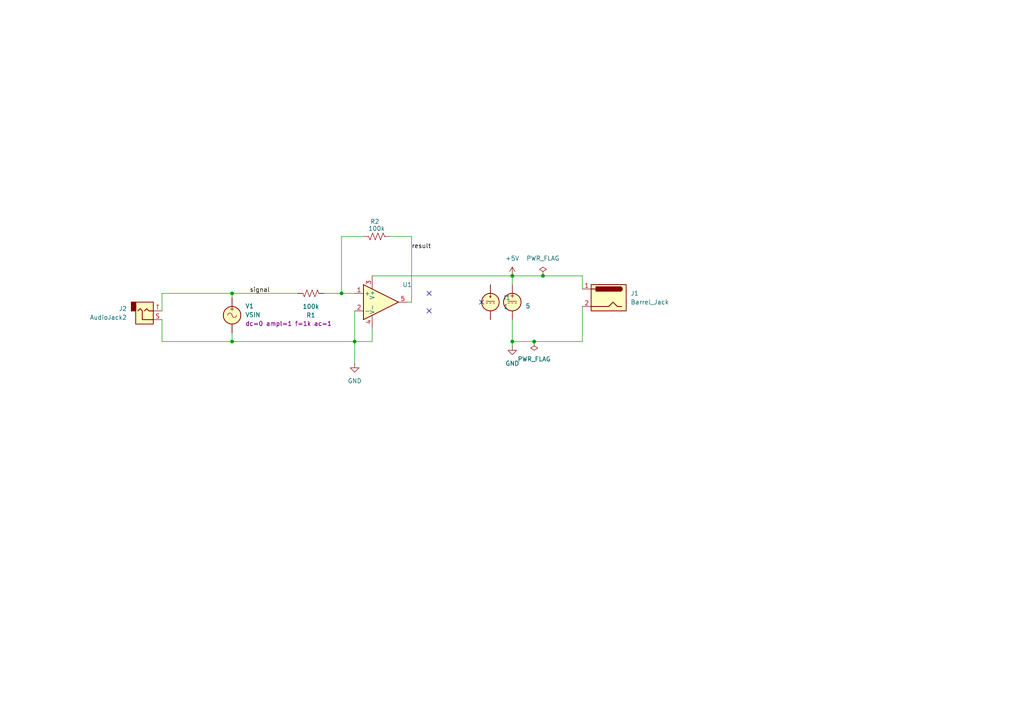
<source format=kicad_sch>
(kicad_sch (version 20231120) (generator "eeschema") (generator_version "8.0")
  (paper "A4")
  (lib_symbols
    (symbol "Connector:Barrel_Jack" (pin_names (offset 1.016))
      (property "Reference" "J" (at 0 5.334 0))
      (property "Value" "Barrel_Jack" (at 0 -5.08 0))
      (symbol "Barrel_Jack_0_1"
        (rectangle (start -5.08 3.81) (end 5.08 -3.81) (stroke (width 0.254)) (fill (type background)))
        (arc (start -3.302 3.175) (mid -3.9343 2.54) (end -3.302 1.905) (stroke (width 0.254)))
        (arc (start -3.302 3.175) (mid -3.9343 2.54) (end -3.302 1.905) (stroke (width 0.254)) (fill (type outline)))
        (polyline (pts (xy 5.08 2.54) (xy 3.81 2.54)) (stroke (width 0.254)))
        (polyline (pts (xy -3.81 -2.54) (xy -2.54 -2.54) (xy -1.27 -1.27) (xy 0 -2.54) (xy 2.54 -2.54) (xy 5.08 -2.54)) (stroke (width 0.254)))
        (rectangle (start 3.683 3.175) (end -3.302 1.905) (stroke (width 0.254)) (fill (type outline)))
      )
      (symbol "Barrel_Jack_1_1"
        (pin passive line (at 7.62 2.54 180) (length 2.54) (name "~") (number "1"))
        (pin passive line (at 7.62 -2.54 180) (length 2.54) (name "~") (number "2"))
      )
    )
    (symbol "Connector_Audio:AudioJack2"
      (property "Reference" "J" (at 0 8.89 0))
      (property "Value" "AudioJack2" (at 0 6.35 0))
      (symbol "AudioJack2_0_1"
        (rectangle (start -3.81 0) (end -2.54 -2.54) (stroke (width 0.254)) (fill (type outline)))
        (rectangle (start -2.54 3.81) (end 2.54 -2.54) (stroke (width 0.254)) (fill (type background)))
        (polyline (pts (xy 0 0) (xy 0.635 -0.635) (xy 1.27 0) (xy 2.54 0)) (stroke (width 0.254)))
        (polyline (pts (xy 2.54 2.54) (xy -0.635 2.54) (xy -0.635 0) (xy -1.27 -0.635) (xy -1.905 0)) (stroke (width 0.254)))
      )
      (symbol "AudioJack2_1_1"
        (pin passive line (at 5.08 2.54 180) (length 2.54) (name "~") (number "S"))
        (pin passive line (at 5.08 0 180) (length 2.54) (name "~") (number "T"))
      )
    )
    (symbol "Device:R_US" (pin_numbers hide) (pin_names (offset 0))
      (property "Reference" "R" (at 2.54 0 90))
      (property "Value" "R_US" (at -2.54 0 90))
      (symbol "R_US_0_1"
        (polyline (pts (xy 0 -2.286) (xy 0 -2.54)))
        (polyline (pts (xy 0 2.286) (xy 0 2.54)))
        (polyline (pts (xy 0 -0.762) (xy 1.016 -1.143) (xy 0 -1.524) (xy -1.016 -1.905) (xy 0 -2.286)))
        (polyline (pts (xy 0 0.762) (xy 1.016 0.381) (xy 0 0) (xy -1.016 -0.381) (xy 0 -0.762)))
        (polyline (pts (xy 0 2.286) (xy 1.016 1.905) (xy 0 1.524) (xy -1.016 1.143) (xy 0 0.762)))
      )
      (symbol "R_US_1_1"
        (pin passive line (at 0 3.81 270) (length 1.27) (name "~") (number "1"))
        (pin passive line (at 0 -3.81 90) (length 1.27) (name "~") (number "2"))
      )
    )
    (symbol "Simulation_SPICE:IDC" (pin_numbers hide) (pin_names (offset 0.0254))
      (property "Reference" "I" (at 2.54 2.54 0))
      (property "Value" "1" (at 2.54 0 0))
      (symbol "IDC_0_0"
        (polyline (pts (xy -1.27 0.254) (xy 1.27 0.254)))
        (polyline (pts (xy -0.762 -0.254) (xy -1.27 -0.254)))
        (polyline (pts (xy 0.254 -0.254) (xy -0.254 -0.254)))
        (polyline (pts (xy 1.27 -0.254) (xy 0.762 -0.254)))
      )
      (symbol "IDC_0_1"
        (polyline (pts (xy 0 1.27) (xy 0 2.286)))
        (polyline (pts (xy -0.254 1.778) (xy 0 1.27) (xy 0.254 1.778)))
        (circle (center 0 0) (radius 2.54) (stroke (width 0.254)) (fill (type background)))
      )
      (symbol "IDC_1_1"
        (pin passive line (at 0 5.08 270) (length 2.54) (name "~") (number "1"))
        (pin passive line (at 0 -5.08 90) (length 2.54) (name "~") (number "2"))
      )
    )
    (symbol "Simulation_SPICE:OPAMP" (pin_names (offset 0.254))
      (property "Reference" "U" (at 3.81 3.175 0))
      (property "Value" "${SIM.PARAMS}" (at 3.81 -3.175 0))
      (symbol "OPAMP_0_1"
        (polyline (pts (xy 5.08 0) (xy -5.08 5.08) (xy -5.08 -5.08) (xy 5.08 0)) (stroke (width 0.254)) (fill (type background)))
      )
      (symbol "OPAMP_1_1"
        (pin input line (at -7.62 2.54 0) (length 2.54) (name "+") (number "1"))
        (pin input line (at -7.62 -2.54 0) (length 2.54) (name "-") (number "2"))
        (pin power_in line (at -2.54 7.62 270) (length 3.81) (name "V+") (number "3"))
        (pin power_in line (at -2.54 -7.62 90) (length 3.81) (name "V-") (number "4"))
        (pin output line (at 7.62 0 180) (length 2.54) (name "~") (number "5"))
      )
    )
    (symbol "Simulation_SPICE:VDC" (pin_numbers hide) (pin_names (offset 0.0254))
      (property "Reference" "V" (at 2.54 2.54 0))
      (property "Value" "1" (at 2.54 0 0))
      (symbol "VDC_0_0"
        (polyline (pts (xy -1.27 0.254) (xy 1.27 0.254)))
        (polyline (pts (xy -0.762 -0.254) (xy -1.27 -0.254)))
        (polyline (pts (xy 0.254 -0.254) (xy -0.254 -0.254)))
        (polyline (pts (xy 1.27 -0.254) (xy 0.762 -0.254)))
        (text "+" (at 0 1.905 0) (effects (font (size 1.27 1.27))))
      )
      (symbol "VDC_0_1"
        (circle (center 0 0) (radius 2.54) (stroke (width 0.254)) (fill (type background)))
      )
      (symbol "VDC_1_1"
        (pin passive line (at 0 5.08 270) (length 2.54) (name "~") (number "1"))
        (pin passive line (at 0 -5.08 90) (length 2.54) (name "~") (number "2"))
      )
    )
    (symbol "Simulation_SPICE:VSIN" (pin_numbers hide) (pin_names (offset 0.0254))
      (property "Reference" "V" (at 2.54 2.54 0))
      (property "Value" "VSIN" (at 2.54 0 0))
      (property "Sim.Params" "dc=0 ampl=1 f=1k ac=1" (at 2.54 -2.54 0))
      (symbol "VSIN_0_0"
        (arc (start 0 0) (mid -0.635 0.6323) (end -1.27 0))
        (arc (start 0 0) (mid 0.635 -0.6323) (end 1.27 0))
        (text "+" (at 0 1.905 0) (effects (font (size 1.27 1.27))))
      )
      (symbol "VSIN_0_1"
        (circle (center 0 0) (radius 2.54) (stroke (width 0.254)) (fill (type background)))
      )
      (symbol "VSIN_1_1"
        (pin passive line (at 0 5.08 270) (length 2.54) (name "~") (number "1"))
        (pin passive line (at 0 -5.08 90) (length 2.54) (name "~") (number "2"))
      )
    )
    (symbol "power:+5V" (power) (pin_numbers hide) (pin_names (offset 0) hide)
      (property "Value" "+5V" (at 0 3.556 0))
      (symbol "+5V_0_1"
        (polyline (pts (xy -0.762 1.27) (xy 0 2.54)))
        (polyline (pts (xy 0 0) (xy 0 2.54)))
        (polyline (pts (xy 0 2.54) (xy 0.762 1.27)))
      )
      (symbol "+5V_1_1"
        (pin power_in line (at 0 0 90) (length 0) (name "~") (number "1"))
      )
    )
    (symbol "power:GND" (power) (pin_numbers hide) (pin_names (offset 0) hide)
      (property "Value" "GND" (at 0 -3.81 0))
      (symbol "GND_0_1"
        (polyline (pts (xy 0 0) (xy 0 -1.27) (xy 1.27 -1.27) (xy 0 -2.54) (xy -1.27 -1.27) (xy 0 -1.27)))
      )
      (symbol "GND_1_1"
        (pin power_in line (at 0 0 270) (length 0) (name "~") (number "1"))
      )
    )
    (symbol "power:PWR_FLAG" (power) (pin_numbers hide) (pin_names (offset 0) hide)
      (property "Value" "PWR_FLAG" (at 0 3.81 0))
      (symbol "PWR_FLAG_0_0"
        (pin power_out line (at 0 0 90) (length 0) (name "~") (number "1"))
      )
      (symbol "PWR_FLAG_0_1"
        (polyline (pts (xy 0 0) (xy 0 1.27) (xy -1.016 1.905) (xy 0 2.54) (xy 1.016 1.905) (xy 0 1.27)))
      )
    )
  )
  (junction (at 99.06 85.09))
  (junction (at 67.31 85.09))
  (junction (at 148.59 80.01))
  (junction (at 154.94 99.06))
  (junction (at 148.59 99.06))
  (junction (at 67.31 99.06))
  (junction (at 102.87 99.06))
  (junction (at 157.48 80.01))
  (no_connect (at 124.46 85.09))
  (no_connect (at 124.46 90.17))
  (no_connect (at 139.7 87.63))
  (wire (pts (xy 67.31 85.09) (xy 86.36 85.09)))
  (wire (pts (xy 67.31 99.06) (xy 46.99 99.06)))
  (wire (pts (xy 102.87 90.17) (xy 102.87 99.06)))
  (wire (pts (xy 168.91 80.01) (xy 157.48 80.01)))
  (wire (pts (xy 93.98 85.09) (xy 99.06 85.09)))
  (wire (pts (xy 119.38 87.63) (xy 118.11 87.63)))
  (wire (pts (xy 99.06 85.09) (xy 99.06 68.58)))
  (wire (pts (xy 67.31 99.06) (xy 67.31 96.52)))
  (wire (pts (xy 168.91 99.06) (xy 154.94 99.06)))
  (wire (pts (xy 148.59 100.33) (xy 148.59 99.06)))
  (wire (pts (xy 107.95 95.25) (xy 107.95 99.06)))
  (wire (pts (xy 99.06 85.09) (xy 102.87 85.09)))
  (wire (pts (xy 99.06 68.58) (xy 105.41 68.58)))
  (wire (pts (xy 154.94 99.06) (xy 148.59 99.06)))
  (wire (pts (xy 119.38 68.58) (xy 119.38 87.63)))
  (wire (pts (xy 102.87 99.06) (xy 67.31 99.06)))
  (wire (pts (xy 148.59 80.01) (xy 157.48 80.01)))
  (wire (pts (xy 46.99 99.06) (xy 46.99 92.71)))
  (wire (pts (xy 67.31 85.09) (xy 67.31 86.36)))
  (wire (pts (xy 67.31 85.09) (xy 46.99 85.09)))
  (wire (pts (xy 107.95 80.01) (xy 148.59 80.01)))
  (wire (pts (xy 168.91 83.82) (xy 168.91 80.01)))
  (wire (pts (xy 107.95 99.06) (xy 102.87 99.06)))
  (wire (pts (xy 113.03 68.58) (xy 119.38 68.58)))
  (wire (pts (xy 102.87 99.06) (xy 102.87 105.41)))
  (wire (pts (xy 148.59 80.01) (xy 148.59 82.55)))
  (wire (pts (xy 46.99 85.09) (xy 46.99 90.17)))
  (wire (pts (xy 148.59 92.71) (xy 148.59 99.06)))
  (wire (pts (xy 168.91 88.9) (xy 168.91 99.06)))
  (label "signal" (at 72.39 85.09 0))
  (label "result" (at 119.38 72.39 0))
  (symbol (lib_id "power:GND") (at 148.59 100.33 0) (unit 1)
    (property "Reference" "#PWR04" (effects (hide yes)))
    (property "Value" "GND" (at 148.59 105.41 0))
    (property "Description" "Power symbol creates a global label with name \"GND\" , ground" (effects (hide yes)))
  )
  (symbol (lib_id "power:+5V") (at 148.59 80.01 0) (unit 1)
    (property "Reference" "#PWR02" (effects (hide yes)))
    (property "Value" "+5V" (at 148.59 74.93 0))
    (property "Description" "Power symbol creates a global label with name \"+5V\"" (effects (hide yes)))
  )
  (symbol (lib_id "Simulation_SPICE:OPAMP") (at 110.49 87.63 0) (unit 1)
    (property "Reference" "U1" (at 118.11 82.5814 0))
    (property "Value" "${SIM.PARAMS}" (at 118.11 84.4865 0))
    (property "Datasheet" "https://ngspice.sourceforge.io/docs/ngspice-html-manual/manual.xhtml#sec__SUBCKT_Subcircuits" (effects (hide yes)))
    (property "Description" "Operational amplifier, single, node sequence=1:+ 2:- 3:OUT 4:V+ 5:V-" (effects (hide yes)))
    (property "Sim.Pins" "1=in+ 2=in- 3=vcc 4=vee 5=out" (effects (hide yes)))
    (property "Sim.Device" "SUBCKT" (effects (hide yes)))
    (property "Sim.Library" "${KICAD7_SYMBOL_DIR}/Simulation_SPICE.sp" (effects (hide yes)))
    (property "Sim.Name" "kicad_builtin_opamp" (effects (hide yes)))
  )
  (symbol (lib_id "power:PWR_FLAG") (at 157.48 80.01 0) (unit 1)
    (property "Reference" "#FLG01" (effects (hide yes)))
    (property "Value" "PWR_FLAG" (at 157.48 74.93 0))
    (property "Description" "Special symbol for telling ERC where power comes from" (effects (hide yes)))
  )
  (symbol (lib_id "power:GND") (at 102.87 105.41 0) (unit 1)
    (property "Reference" "#PWR03" (effects (hide yes)))
    (property "Value" "GND" (at 102.87 110.49 0))
    (property "Description" "Power symbol creates a global label with name \"GND\" , ground" (effects (hide yes)))
  )
  (symbol (lib_id "power:PWR_FLAG") (at 154.94 99.06 180) (unit 1)
    (property "Reference" "#FLG02" (effects (hide yes)))
    (property "Value" "PWR_FLAG" (at 154.94 104.14 0))
    (property "Description" "Special symbol for telling ERC where power comes from" (effects (hide yes)))
  )
  (symbol (lib_id "Simulation_SPICE:VSIN") (at 67.31 91.44 0) (unit 1) (on_board no)
    (property "Reference" "V1" (at 71.12 88.7701 0) (effects (justify left)))
    (property "Value" "VSIN" (at 71.12 91.3101 0) (effects (justify left)))
    (property "Datasheet" "https://ngspice.sourceforge.io/docs/ngspice-html-manual/manual.xhtml#sec_Independent_Sources_for" (effects (hide yes)))
    (property "Description" "Voltage source, sinusoidal" (effects (hide yes)))
    (property "Sim.Pins" "1=+ 2=-" (effects (hide yes)))
    (property "Sim.Params" "dc=0 ampl=1 f=1k ac=1" (at 71.12 93.8501 0) (effects (justify left)))
    (property "Sim.Type" "SIN" (effects (hide yes)))
    (property "Sim.Device" "V" (effects (hide yes)))
  )
  (symbol (lib_id "Simulation_SPICE:IDC") (at 142.24 87.63 0) (unit 1)
    (property "Reference" "I1" (at 146.05 86.36 0) (effects (justify left)))
    (property "Value" "1" (at 146.05 88.9 0) (effects (justify left)))
    (property "Datasheet" "https://ngspice.sourceforge.io/docs/ngspice-html-manual/manual.xhtml#sec_Independent_Sources_for" (effects (hide yes)))
    (property "Description" "Current source, DC" (effects (hide yes)))
    (property "Sim.Pins" "1=+ 2=-" (effects (hide yes)))
    (property "Sim.Type" "DC" (effects (hide yes)))
    (property "Sim.Device" "I" (effects (hide yes)))
  )
  (symbol (lib_id "Connector:Barrel_Jack") (at 176.53 86.36 0) (mirror y) (unit 1) (exclude_from_sim yes)
    (property "Reference" "J1" (at 182.88 85.09 0) (effects (justify right)))
    (property "Value" "Barrel_Jack" (at 182.88 87.63 0) (effects (justify right)))
    (property "Description" "DC Barrel Jack" (effects (hide yes)))
  )
  (symbol (lib_id "Connector_Audio:AudioJack2") (at 41.91 90.17 0) (mirror x) (unit 1) (exclude_from_sim yes)
    (property "Reference" "J2" (at 36.83 89.535 0) (effects (justify right)))
    (property "Value" "AudioJack2" (at 36.83 92.075 0) (effects (justify right)))
    (property "Description" "Audio Jack, 2 Poles (Mono / TS)" (effects (hide yes)))
  )
  (symbol (lib_id "Simulation_SPICE:VDC") (at 148.59 87.63 0) (unit 1) (on_board no)
    (property "Reference" "V2" (effects (hide yes)))
    (property "Value" "5" (at 152.4 88.7701 0) (effects (justify left)))
    (property "Datasheet" "https://ngspice.sourceforge.io/docs/ngspice-html-manual/manual.xhtml#sec_Independent_Sources_for" (effects (hide yes)))
    (property "Description" "Voltage source, DC" (effects (hide yes)))
    (property "Sim.Pins" "1=+ 2=-" (effects (hide yes)))
    (property "Sim.Type" "DC" (effects (hide yes)))
    (property "Sim.Device" "V" (effects (hide yes)))
  )
  (symbol (lib_id "Device:R_US") (at 109.22 68.58 90) (mirror x) (unit 1)
    (property "Reference" "R2" (at 108.712 64.262 90))
    (property "Value" "100k" (at 109.22 66.294 90))
    (property "Description" "Resistor, US symbol" (effects (hide yes)))
  )
  (symbol (lib_id "Device:R_US") (at 90.17 85.09 90) (mirror x) (unit 1)
    (property "Reference" "R1" (at 90.17 91.44 90))
    (property "Value" "100k" (at 90.17 88.9 90))
    (property "Description" "Resistor, US symbol" (effects (hide yes)))
  )
)
</source>
